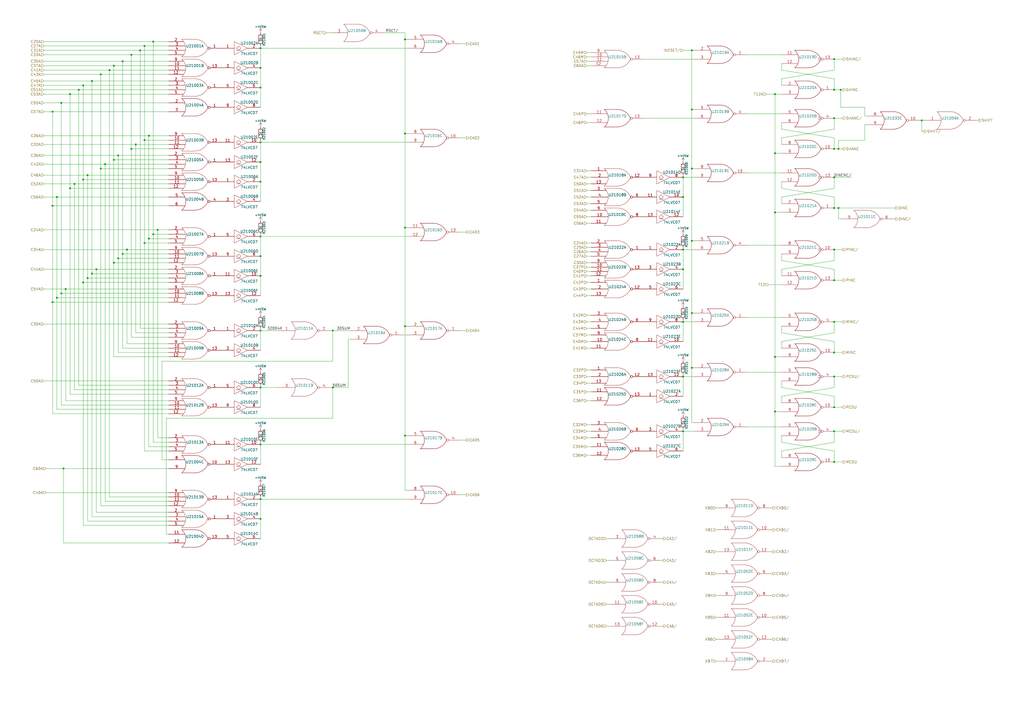
<source format=kicad_sch>
(kicad_sch (version 20211123) (generator eeschema)
  (paper "A2")
  (junction (at 151.13 191.77))
  (junction (at 483.87 120.65))
  (junction (at 449.58 123.19))
  (junction (at 486.41 86.36))
  (junction (at 36.83 271.78))
  (junction (at 66.04 92.71))
  (junction (at 449.58 207.01))
  (junction (at 483.87 186.69))
  (junction (at 483.87 52.07))
  (junction (at 58.42 43.18))
  (junction (at 50.8 161.29))
  (junction (at 88.9 135.89))
  (junction (at 88.9 24.13))
  (junction (at 483.87 250.19))
  (junction (at 73.66 144.78))
  (junction (at 35.56 170.18))
  (junction (at 81.28 29.21))
  (junction (at 486.41 120.65))
  (junction (at 234.95 252.73))
  (junction (at 35.56 59.69))
  (junction (at 401.32 63.5))
  (junction (at 48.26 163.83))
  (junction (at 60.96 95.25))
  (junction (at 151.13 82.55))
  (junction (at 193.04 191.77))
  (junction (at 63.5 40.64))
  (junction (at 396.24 144.78))
  (junction (at 234.95 132.08))
  (junction (at 33.02 114.3))
  (junction (at 234.95 77.47))
  (junction (at 401.32 29.21))
  (junction (at 83.82 26.67))
  (junction (at 483.87 162.56))
  (junction (at 71.12 147.32))
  (junction (at 30.48 64.77))
  (junction (at 151.13 27.94))
  (junction (at 68.58 149.86))
  (junction (at 33.02 172.72))
  (junction (at 68.58 90.17))
  (junction (at 86.36 78.74))
  (junction (at 86.36 138.43))
  (junction (at 48.26 104.14))
  (junction (at 396.24 218.44))
  (junction (at 401.32 213.36))
  (junction (at 58.42 97.79))
  (junction (at 234.95 189.23))
  (junction (at 449.58 54.61))
  (junction (at 151.13 39.37))
  (junction (at 151.13 300.99))
  (junction (at 83.82 140.97))
  (junction (at 55.88 156.21))
  (junction (at 151.13 137.16))
  (junction (at 76.2 31.75))
  (junction (at 534.67 69.85))
  (junction (at 38.1 167.64))
  (junction (at 30.48 175.26))
  (junction (at 40.64 109.22))
  (junction (at 78.74 83.82))
  (junction (at 91.44 133.35))
  (junction (at 53.34 46.99))
  (junction (at 151.13 148.59))
  (junction (at 401.32 139.7))
  (junction (at 151.13 224.79))
  (junction (at 396.24 114.3))
  (junction (at 193.04 224.79))
  (junction (at 483.87 68.58))
  (junction (at 43.18 106.68))
  (junction (at 50.8 101.6))
  (junction (at 66.04 38.1))
  (junction (at 151.13 160.02))
  (junction (at 396.24 102.87))
  (junction (at 151.13 50.8))
  (junction (at 483.87 102.87))
  (junction (at 45.72 52.07))
  (junction (at 76.2 86.36))
  (junction (at 483.87 204.47))
  (junction (at 151.13 289.56))
  (junction (at 53.34 158.75))
  (junction (at 71.12 35.56))
  (junction (at 66.04 152.4))
  (junction (at 151.13 105.41))
  (junction (at 401.32 181.61))
  (junction (at 483.87 218.44))
  (junction (at 30.48 119.38))
  (junction (at 234.95 22.86))
  (junction (at 483.87 267.97))
  (junction (at 83.82 81.28))
  (junction (at 449.58 88.9))
  (junction (at 449.58 238.76))
  (junction (at 483.87 144.78))
  (junction (at 48.26 49.53))
  (junction (at 396.24 186.69))
  (junction (at 487.68 52.07))
  (junction (at 40.64 54.61))
  (junction (at 401.32 97.79))
  (junction (at 483.87 34.29))
  (junction (at 151.13 257.81))
  (junction (at 396.24 156.21))
  (junction (at 483.87 236.22))
  (junction (at 483.87 86.36))
  (junction (at 396.24 250.19))
  (junction (at 151.13 93.98))
  (wire (pts (xy 340.36 264.16) (xy 342.9 264.16)))
  (wire (pts (xy 151.13 190.5) (xy 151.13 191.77)))
  (wire (pts (xy 233.68 194.31) (xy 236.22 194.31)))
  (wire (pts (xy 43.18 106.68) (xy 97.79 106.68)))
  (wire (pts (xy 91.44 133.35) (xy 91.44 254)))
  (wire (pts (xy 518.16 127) (xy 519.43 127)))
  (wire (pts (xy 396.24 101.6) (xy 396.24 102.87)))
  (wire (pts (xy 151.13 191.77) (xy 161.29 191.77)))
  (wire (pts (xy 353.06 325.12) (xy 351.79 325.12)))
  (wire (pts (xy 151.13 191.77) (xy 151.13 203.2)))
  (wire (pts (xy 58.42 43.18) (xy 58.42 97.79)))
  (wire (pts (xy 97.79 290.83) (xy 60.96 290.83)))
  (wire (pts (xy 93.98 266.7) (xy 97.79 266.7)))
  (wire (pts (xy 88.9 135.89) (xy 88.9 256.54)))
  (wire (pts (xy 340.36 201.93) (xy 342.9 201.93)))
  (wire (pts (xy 453.39 45.72) (xy 453.39 49.53)))
  (wire (pts (xy 33.02 172.72) (xy 33.02 237.49)))
  (wire (pts (xy 151.13 50.8) (xy 151.13 62.23)))
  (wire (pts (xy 483.87 256.54) (xy 453.39 261.62)))
  (wire (pts (xy 71.12 147.32) (xy 71.12 201.93)))
  (wire (pts (xy 53.34 46.99) (xy 53.34 158.75)))
  (wire (pts (xy 396.24 218.44) (xy 396.24 229.87)))
  (wire (pts (xy 30.48 175.26) (xy 97.79 175.26)))
  (wire (pts (xy 151.13 223.52) (xy 151.13 224.79)))
  (wire (pts (xy 36.83 314.96) (xy 36.83 271.78)))
  (wire (pts (xy 58.42 97.79) (xy 97.79 97.79)))
  (wire (pts (xy 401.32 29.21) (xy 402.59 29.21)))
  (wire (pts (xy 483.87 229.87) (xy 453.39 224.79)))
  (wire (pts (xy 453.39 198.12) (xy 453.39 201.93)))
  (wire (pts (xy 433.07 215.9) (xy 453.39 215.9)))
  (wire (pts (xy 48.26 49.53) (xy 48.26 104.14)))
  (wire (pts (xy 383.54 325.12) (xy 384.81 325.12)))
  (wire (pts (xy 151.13 160.02) (xy 151.13 171.45)))
  (wire (pts (xy 449.58 54.61) (xy 449.58 88.9)))
  (wire (pts (xy 38.1 167.64) (xy 38.1 232.41)))
  (wire (pts (xy 58.42 43.18) (xy 97.79 43.18)))
  (wire (pts (xy 26.67 285.75) (xy 97.79 285.75)))
  (wire (pts (xy 396.24 102.87) (xy 396.24 114.3)))
  (wire (pts (xy 76.2 86.36) (xy 76.2 195.58)))
  (wire (pts (xy 453.39 80.01) (xy 453.39 83.82)))
  (wire (pts (xy 25.4 26.67) (xy 83.82 26.67)))
  (wire (pts (xy 193.04 224.79) (xy 201.93 224.79)))
  (wire (pts (xy 25.4 78.74) (xy 86.36 78.74)))
  (wire (pts (xy 63.5 40.64) (xy 97.79 40.64)))
  (wire (pts (xy 340.36 102.87) (xy 342.9 102.87)))
  (wire (pts (xy 483.87 144.78) (xy 483.87 151.13)))
  (wire (pts (xy 63.5 288.29) (xy 97.79 288.29)))
  (wire (pts (xy 396.24 218.44) (xy 402.59 218.44)))
  (wire (pts (xy 483.87 74.93) (xy 453.39 80.01)))
  (wire (pts (xy 96.52 309.88) (xy 97.79 309.88)))
  (wire (pts (xy 68.58 149.86) (xy 97.79 149.86)))
  (wire (pts (xy 151.13 81.28) (xy 151.13 82.55)))
  (wire (pts (xy 66.04 38.1) (xy 66.04 92.71)))
  (wire (pts (xy 340.36 186.69) (xy 342.9 186.69)))
  (wire (pts (xy 487.68 62.23) (xy 501.65 62.23)))
  (wire (pts (xy 340.36 99.06) (xy 342.9 99.06)))
  (wire (pts (xy 453.39 151.13) (xy 453.39 147.32)))
  (wire (pts (xy 353.06 337.82) (xy 351.79 337.82)))
  (wire (pts (xy 50.8 101.6) (xy 50.8 161.29)))
  (wire (pts (xy 483.87 250.19) (xy 483.87 256.54)))
  (wire (pts (xy 151.13 256.54) (xy 151.13 257.81)))
  (wire (pts (xy 25.4 31.75) (xy 76.2 31.75)))
  (wire (pts (xy 416.56 307.34) (xy 415.29 307.34)))
  (wire (pts (xy 151.13 289.56) (xy 151.13 300.99)))
  (wire (pts (xy 97.79 109.22) (xy 40.64 109.22)))
  (wire (pts (xy 486.41 81.28) (xy 501.65 81.28)))
  (wire (pts (xy 447.04 307.34) (xy 448.31 307.34)))
  (wire (pts (xy 191.77 224.79) (xy 193.04 224.79)))
  (wire (pts (xy 483.87 80.01) (xy 453.39 74.93)))
  (wire (pts (xy 60.96 290.83) (xy 60.96 95.25)))
  (wire (pts (xy 486.41 86.36) (xy 486.41 81.28)))
  (wire (pts (xy 234.95 252.73) (xy 234.95 284.48)))
  (wire (pts (xy 40.64 109.22) (xy 40.64 228.6)))
  (wire (pts (xy 453.39 229.87) (xy 453.39 233.68)))
  (wire (pts (xy 396.24 250.19) (xy 396.24 261.62)))
  (wire (pts (xy 25.4 38.1) (xy 66.04 38.1)))
  (wire (pts (xy 50.8 161.29) (xy 50.8 302.26)))
  (wire (pts (xy 48.26 163.83) (xy 97.79 163.83)))
  (wire (pts (xy 453.39 156.21) (xy 453.39 160.02)))
  (wire (pts (xy 449.58 54.61) (xy 453.39 54.61)))
  (wire (pts (xy 25.4 59.69) (xy 35.56 59.69)))
  (wire (pts (xy 151.13 224.79) (xy 161.29 224.79)))
  (wire (pts (xy 66.04 92.71) (xy 66.04 152.4)))
  (wire (pts (xy 340.36 167.64) (xy 342.9 167.64)))
  (wire (pts (xy 396.24 156.21) (xy 396.24 167.64)))
  (wire (pts (xy 383.54 337.82) (xy 384.81 337.82)))
  (wire (pts (xy 396.24 144.78) (xy 396.24 156.21)))
  (wire (pts (xy 38.1 232.41) (xy 97.79 232.41)))
  (wire (pts (xy 201.93 196.85) (xy 203.2 196.85)))
  (wire (pts (xy 486.41 120.65) (xy 486.41 127)))
  (wire (pts (xy 83.82 261.62) (xy 97.79 261.62)))
  (wire (pts (xy 483.87 114.3) (xy 453.39 109.22)))
  (wire (pts (xy 45.72 52.07) (xy 45.72 223.52)))
  (wire (pts (xy 68.58 204.47) (xy 97.79 204.47)))
  (wire (pts (xy 50.8 101.6) (xy 97.79 101.6)))
  (wire (pts (xy 55.88 156.21) (xy 97.79 156.21)))
  (wire (pts (xy 416.56 332.74) (xy 415.29 332.74)))
  (wire (pts (xy 483.87 218.44) (xy 488.95 218.44)))
  (wire (pts (xy 401.32 63.5) (xy 402.59 63.5)))
  (wire (pts (xy 433.07 31.75) (xy 453.39 31.75)))
  (wire (pts (xy 58.42 97.79) (xy 58.42 293.37)))
  (wire (pts (xy 25.4 24.13) (xy 88.9 24.13)))
  (wire (pts (xy 83.82 81.28) (xy 83.82 140.97)))
  (wire (pts (xy 401.32 139.7) (xy 401.32 181.61)))
  (wire (pts (xy 151.13 257.81) (xy 151.13 269.24)))
  (wire (pts (xy 81.28 29.21) (xy 81.28 190.5)))
  (wire (pts (xy 383.54 312.42) (xy 384.81 312.42)))
  (wire (pts (xy 78.74 193.04) (xy 97.79 193.04)))
  (wire (pts (xy 236.22 77.47) (xy 234.95 77.47)))
  (wire (pts (xy 401.32 97.79) (xy 402.59 97.79)))
  (wire (pts (xy 63.5 40.64) (xy 63.5 288.29)))
  (wire (pts (xy 340.36 140.97) (xy 342.9 140.97)))
  (wire (pts (xy 234.95 19.05) (xy 234.95 22.86)))
  (wire (pts (xy 483.87 45.72) (xy 453.39 40.64)))
  (wire (pts (xy 83.82 26.67) (xy 97.79 26.67)))
  (wire (pts (xy 58.42 293.37) (xy 97.79 293.37)))
  (wire (pts (xy 416.56 294.64) (xy 415.29 294.64)))
  (wire (pts (xy 483.87 236.22) (xy 483.87 229.87)))
  (wire (pts (xy 30.48 64.77) (xy 30.48 119.38)))
  (wire (pts (xy 449.58 207.01) (xy 449.58 238.76)))
  (wire (pts (xy 534.67 69.85) (xy 534.67 76.2)))
  (wire (pts (xy 447.04 383.54) (xy 448.31 383.54)))
  (wire (pts (xy 483.87 151.13) (xy 453.39 156.21)))
  (wire (pts (xy 68.58 149.86) (xy 68.58 204.47)))
  (wire (pts (xy 53.34 158.75) (xy 97.79 158.75)))
  (wire (pts (xy 483.87 109.22) (xy 453.39 114.3)))
  (wire (pts (xy 401.32 29.21) (xy 401.32 63.5)))
  (wire (pts (xy 60.96 95.25) (xy 97.79 95.25)))
  (wire (pts (xy 449.58 270.51) (xy 453.39 270.51)))
  (wire (pts (xy 266.7 80.01) (xy 270.51 80.01)))
  (wire (pts (xy 40.64 54.61) (xy 97.79 54.61)))
  (wire (pts (xy 501.65 81.28) (xy 501.65 72.39)))
  (wire (pts (xy 483.87 68.58) (xy 483.87 74.93)))
  (wire (pts (xy 483.87 144.78) (xy 488.95 144.78)))
  (wire (pts (xy 30.48 119.38) (xy 97.79 119.38)))
  (wire (pts (xy 534.67 76.2) (xy 535.94 76.2)))
  (wire (pts (xy 340.36 110.49) (xy 342.9 110.49)))
  (wire (pts (xy 483.87 267.97) (xy 483.87 261.62)))
  (wire (pts (xy 483.87 218.44) (xy 483.87 224.79)))
  (wire (pts (xy 483.87 204.47) (xy 483.87 198.12)))
  (wire (pts (xy 201.93 224.79) (xy 201.93 196.85)))
  (wire (pts (xy 151.13 27.94) (xy 236.22 27.94)))
  (wire (pts (xy 486.41 120.65) (xy 519.43 120.65)))
  (wire (pts (xy 401.32 63.5) (xy 401.32 97.79)))
  (wire (pts (xy 533.4 69.85) (xy 534.67 69.85)))
  (wire (pts (xy 340.36 157.48) (xy 342.9 157.48)))
  (wire (pts (xy 35.56 59.69) (xy 97.79 59.69)))
  (wire (pts (xy 151.13 288.29) (xy 151.13 289.56)))
  (wire (pts (xy 340.36 218.44) (xy 342.9 218.44)))
  (wire (pts (xy 97.79 226.06) (xy 43.18 226.06)))
  (wire (pts (xy 91.44 254) (xy 97.79 254)))
  (wire (pts (xy 396.24 144.78) (xy 402.59 144.78)))
  (wire (pts (xy 401.32 245.11) (xy 402.59 245.11)))
  (wire (pts (xy 68.58 90.17) (xy 97.79 90.17)))
  (wire (pts (xy 340.36 250.19) (xy 342.9 250.19)))
  (wire (pts (xy 566.42 69.85) (xy 567.69 69.85)))
  (wire (pts (xy 340.36 163.83) (xy 342.9 163.83)))
  (wire (pts (xy 396.24 186.69) (xy 396.24 198.12)))
  (wire (pts (xy 340.36 143.51) (xy 342.9 143.51)))
  (wire (pts (xy 25.4 187.96) (xy 97.79 187.96)))
  (wire (pts (xy 402.59 102.87) (xy 396.24 102.87)))
  (wire (pts (xy 33.02 114.3) (xy 97.79 114.3)))
  (wire (pts (xy 266.7 191.77) (xy 270.51 191.77)))
  (wire (pts (xy 453.39 40.64) (xy 453.39 36.83)))
  (wire (pts (xy 340.36 222.25) (xy 342.9 222.25)))
  (wire (pts (xy 483.87 156.21) (xy 453.39 151.13)))
  (wire (pts (xy 33.02 237.49) (xy 97.79 237.49)))
  (wire (pts (xy 340.36 66.04) (xy 342.9 66.04)))
  (wire (pts (xy 447.04 358.14) (xy 448.31 358.14)))
  (wire (pts (xy 340.36 35.56) (xy 342.9 35.56)))
  (wire (pts (xy 151.13 224.79) (xy 151.13 236.22)))
  (wire (pts (xy 25.4 54.61) (xy 40.64 54.61)))
  (wire (pts (xy 340.36 30.48) (xy 342.9 30.48)))
  (wire (pts (xy 483.87 52.07) (xy 487.68 52.07)))
  (wire (pts (xy 447.04 345.44) (xy 448.31 345.44)))
  (wire (pts (xy 449.58 88.9) (xy 449.58 123.19)))
  (wire (pts (xy 48.26 104.14) (xy 48.26 163.83)))
  (wire (pts (xy 25.4 40.64) (xy 63.5 40.64)))
  (wire (pts (xy 76.2 195.58) (xy 97.79 195.58)))
  (wire (pts (xy 340.36 232.41) (xy 342.9 232.41)))
  (wire (pts (xy 25.4 106.68) (xy 43.18 106.68)))
  (wire (pts (xy 78.74 83.82) (xy 78.74 193.04)))
  (wire (pts (xy 234.95 22.86) (xy 234.95 77.47)))
  (wire (pts (xy 222.25 19.05) (xy 234.95 19.05)))
  (wire (pts (xy 234.95 189.23) (xy 234.95 252.73)))
  (wire (pts (xy 340.36 160.02) (xy 342.9 160.02)))
  (wire (pts (xy 66.04 152.4) (xy 66.04 207.01)))
  (wire (pts (xy 483.87 40.64) (xy 453.39 45.72)))
  (wire (pts (xy 151.13 27.94) (xy 151.13 39.37)))
  (wire (pts (xy 447.04 294.64) (xy 448.31 294.64)))
  (wire (pts (xy 453.39 74.93) (xy 453.39 71.12)))
  (wire (pts (xy 483.87 186.69) (xy 483.87 193.04)))
  (wire (pts (xy 416.56 320.04) (xy 415.29 320.04)))
  (wire (pts (xy 151.13 82.55) (xy 151.13 93.98)))
  (wire (pts (xy 340.36 259.08) (xy 342.9 259.08)))
  (wire (pts (xy 340.36 214.63) (xy 342.9 214.63)))
  (wire (pts (xy 193.04 242.57) (xy 96.52 242.57)))
  (wire (pts (xy 55.88 156.21) (xy 55.88 297.18)))
  (wire (pts (xy 151.13 300.99) (xy 151.13 312.42)))
  (wire (pts (xy 266.7 255.27) (xy 270.51 255.27)))
  (wire (pts (xy 401.32 213.36) (xy 402.59 213.36)))
  (wire (pts (xy 25.4 156.21) (xy 55.88 156.21)))
  (wire (pts (xy 340.36 38.1) (xy 342.9 38.1)))
  (wire (pts (xy 96.52 242.57) (xy 96.52 309.88)))
  (wire (pts (xy 483.87 52.07) (xy 483.87 45.72)))
  (wire (pts (xy 483.87 102.87) (xy 483.87 109.22)))
  (wire (pts (xy 234.95 284.48) (xy 236.22 284.48)))
  (wire (pts (xy 401.32 181.61) (xy 402.59 181.61)))
  (wire (pts (xy 71.12 35.56) (xy 97.79 35.56)))
  (wire (pts (xy 396.24 248.92) (xy 396.24 250.19)))
  (wire (pts (xy 86.36 138.43) (xy 86.36 259.08)))
  (wire (pts (xy 68.58 90.17) (xy 68.58 149.86)))
  (wire (pts (xy 340.36 118.11) (xy 342.9 118.11)))
  (wire (pts (xy 486.41 127) (xy 487.68 127)))
  (wire (pts (xy 53.34 46.99) (xy 97.79 46.99)))
  (wire (pts (xy 86.36 78.74) (xy 97.79 78.74)))
  (wire (pts (xy 483.87 102.87) (xy 494.03 102.87)))
  (wire (pts (xy 453.39 224.79) (xy 453.39 220.98)))
  (wire (pts (xy 66.04 92.71) (xy 97.79 92.71)))
  (wire (pts (xy 483.87 261.62) (xy 453.39 256.54)))
  (wire (pts (xy 234.95 22.86) (xy 236.22 22.86)))
  (wire (pts (xy 383.54 363.22) (xy 384.81 363.22)))
  (wire (pts (xy 266.7 134.62) (xy 270.51 134.62)))
  (wire (pts (xy 445.77 165.1) (xy 453.39 165.1)))
  (wire (pts (xy 396.24 186.69) (xy 402.59 186.69)))
  (wire (pts (xy 266.7 25.4) (xy 270.51 25.4)))
  (wire (pts (xy 396.24 143.51) (xy 396.24 144.78)))
  (wire (pts (xy 340.36 182.88) (xy 342.9 182.88)))
  (wire (pts (xy 26.67 271.78) (xy 36.83 271.78)))
  (wire (pts (xy 25.4 29.21) (xy 81.28 29.21)))
  (wire (pts (xy 483.87 186.69) (xy 488.95 186.69)))
  (wire (pts (xy 340.36 152.4) (xy 342.9 152.4)))
  (wire (pts (xy 73.66 199.39) (xy 73.66 144.78)))
  (wire (pts (xy 71.12 35.56) (xy 71.12 147.32)))
  (wire (pts (xy 43.18 226.06) (xy 43.18 106.68)))
  (wire (pts (xy 433.07 100.33) (xy 453.39 100.33)))
  (wire (pts (xy 453.39 114.3) (xy 453.39 118.11)))
  (wire (pts (xy 25.4 90.17) (xy 68.58 90.17)))
  (wire (pts (xy 433.07 66.04) (xy 453.39 66.04)))
  (wire (pts (xy 71.12 147.32) (xy 97.79 147.32)))
  (wire (pts (xy 353.06 312.42) (xy 351.79 312.42)))
  (wire (pts (xy 25.4 35.56) (xy 71.12 35.56)))
  (wire (pts (xy 25.4 64.77) (xy 30.48 64.77)))
  (wire (pts (xy 36.83 271.78) (xy 97.79 271.78)))
  (wire (pts (xy 48.26 49.53) (xy 97.79 49.53)))
  (wire (pts (xy 340.36 125.73) (xy 342.9 125.73)))
  (wire (pts (xy 340.36 198.12) (xy 342.9 198.12)))
  (wire (pts (xy 88.9 135.89) (xy 97.79 135.89)))
  (wire (pts (xy 401.32 213.36) (xy 401.32 245.11)))
  (wire (pts (xy 93.98 209.55) (xy 93.98 266.7)))
  (wire (pts (xy 83.82 140.97) (xy 83.82 261.62)))
  (wire (pts (xy 35.56 234.95) (xy 97.79 234.95)))
  (wire (pts (xy 83.82 81.28) (xy 97.79 81.28)))
  (wire (pts (xy 236.22 132.08) (xy 234.95 132.08)))
  (wire (pts (xy 340.36 194.31) (xy 342.9 194.31)))
  (wire (pts (xy 396.24 185.42) (xy 396.24 186.69)))
  (wire (pts (xy 55.88 297.18) (xy 97.79 297.18)))
  (wire (pts (xy 25.4 95.25) (xy 60.96 95.25)))
  (wire (pts (xy 483.87 198.12) (xy 453.39 193.04)))
  (wire (pts (xy 340.36 227.33) (xy 342.9 227.33)))
  (wire (pts (xy 191.77 191.77) (xy 193.04 191.77)))
  (wire (pts (xy 236.22 289.56) (xy 151.13 289.56)))
  (wire (pts (xy 449.58 123.19) (xy 449.58 207.01)))
  (wire (pts (xy 447.04 370.84) (xy 448.31 370.84)))
  (wire (pts (xy 81.28 29.21) (xy 97.79 29.21)))
  (wire (pts (xy 234.95 252.73) (xy 236.22 252.73)))
  (wire (pts (xy 66.04 207.01) (xy 97.79 207.01)))
  (wire (pts (xy 97.79 199.39) (xy 73.66 199.39)))
  (wire (pts (xy 45.72 223.52) (xy 97.79 223.52)))
  (wire (pts (xy 453.39 261.62) (xy 453.39 265.43)))
  (wire (pts (xy 236.22 137.16) (xy 151.13 137.16)))
  (wire (pts (xy 416.56 358.14) (xy 415.29 358.14)))
  (wire (pts (xy 50.8 302.26) (xy 97.79 302.26)))
  (wire (pts (xy 483.87 34.29) (xy 483.87 40.64)))
  (wire (pts (xy 487.68 52.07) (xy 487.68 62.23)))
  (wire (pts (xy 396.24 217.17) (xy 396.24 218.44)))
  (wire (pts (xy 483.87 162.56) (xy 488.95 162.56)))
  (wire (pts (xy 35.56 170.18) (xy 35.56 234.95)))
  (wire (pts (xy 353.06 363.22) (xy 351.79 363.22)))
  (wire (pts (xy 447.04 320.04) (xy 448.31 320.04)))
  (wire (pts (xy 73.66 144.78) (xy 97.79 144.78)))
  (wire (pts (xy 234.95 77.47) (xy 234.95 132.08)))
  (wire (pts (xy 151.13 148.59) (xy 151.13 160.02)))
  (wire (pts (xy 401.32 97.79) (xy 401.32 139.7)))
  (wire (pts (xy 340.36 190.5) (xy 342.9 190.5)))
  (wire (pts (xy 402.59 68.58) (xy 373.38 68.58)))
  (wire (pts (xy 151.13 26.67) (xy 151.13 27.94)))
  (wire (pts (xy 501.65 62.23) (xy 501.65 67.31)))
  (wire (pts (xy 340.36 106.68) (xy 342.9 106.68)))
  (wire (pts (xy 483.87 86.36) (xy 483.87 80.01)))
  (wire (pts (xy 483.87 86.36) (xy 486.41 86.36)))
  (wire (pts (xy 30.48 119.38) (xy 30.48 175.26)))
  (wire (pts (xy 48.26 104.14) (xy 97.79 104.14)))
  (wire (pts (xy 25.4 46.99) (xy 53.34 46.99)))
  (wire (pts (xy 25.4 133.35) (xy 91.44 133.35)))
  (wire (pts (xy 402.59 34.29) (xy 373.38 34.29)))
  (wire (pts (xy 501.65 67.31) (xy 502.92 67.31)))
  (wire (pts (xy 83.82 140.97) (xy 97.79 140.97)))
  (wire (pts (xy 25.4 220.98) (xy 97.79 220.98)))
  (wire (pts (xy 340.36 146.05) (xy 342.9 146.05)))
  (wire (pts (xy 483.87 68.58) (xy 488.95 68.58)))
  (wire (pts (xy 25.4 167.64) (xy 38.1 167.64)))
  (wire (pts (xy 449.58 238.76) (xy 449.58 270.51)))
  (wire (pts (xy 236.22 257.81) (xy 151.13 257.81)))
  (wire (pts (xy 396.24 250.19) (xy 402.59 250.19)))
  (wire (pts (xy 483.87 236.22) (xy 488.95 236.22)))
  (wire (pts (xy 151.13 39.37) (xy 151.13 50.8)))
  (wire (pts (xy 91.44 133.35) (xy 97.79 133.35)))
  (wire (pts (xy 383.54 350.52) (xy 384.81 350.52)))
  (wire (pts (xy 340.36 254) (xy 342.9 254)))
  (wire (pts (xy 76.2 31.75) (xy 76.2 86.36)))
  (wire (pts (xy 416.56 383.54) (xy 415.29 383.54)))
  (wire (pts (xy 193.04 209.55) (xy 93.98 209.55)))
  (wire (pts (xy 416.56 370.84) (xy 415.29 370.84)))
  (wire (pts (xy 189.23 19.05) (xy 191.77 19.05)))
  (wire (pts (xy 76.2 86.36) (xy 97.79 86.36)))
  (wire (pts (xy 88.9 24.13) (xy 97.79 24.13)))
  (wire (pts (xy 30.48 175.26) (xy 30.48 240.03)))
  (wire (pts (xy 97.79 170.18) (xy 35.56 170.18)))
  (wire (pts (xy 483.87 120.65) (xy 483.87 114.3)))
  (wire (pts (xy 193.04 191.77) (xy 193.04 209.55)))
  (wire (pts (xy 483.87 162.56) (xy 483.87 156.21)))
  (wire (pts (xy 40.64 54.61) (xy 40.64 109.22)))
  (wire (pts (xy 86.36 138.43) (xy 97.79 138.43)))
  (wire (pts (xy 151.13 137.16) (xy 151.13 148.59)))
  (wire (pts (xy 151.13 105.41) (xy 151.13 116.84)))
  (wire (pts (xy 38.1 167.64) (xy 97.79 167.64)))
  (wire (pts (xy 25.4 52.07) (xy 45.72 52.07)))
  (wire (pts (xy 30.48 64.77) (xy 97.79 64.77)))
  (wire (pts (xy 45.72 52.07) (xy 97.79 52.07)))
  (wire (pts (xy 483.87 204.47) (xy 488.95 204.47)))
  (wire (pts (xy 449.58 207.01) (xy 453.39 207.01)))
  (wire (pts (xy 340.36 154.94) (xy 342.9 154.94)))
  (wire (pts (xy 433.07 247.65) (xy 453.39 247.65)))
  (wire (pts (xy 97.79 314.96) (xy 36.83 314.96)))
  (wire (pts (xy 83.82 26.67) (xy 83.82 81.28)))
  (wire (pts (xy 193.04 224.79) (xy 193.04 242.57)))
  (wire (pts (xy 66.04 38.1) (xy 97.79 38.1)))
  (wire (pts (xy 340.36 171.45) (xy 342.9 171.45)))
  (wire (pts (xy 35.56 59.69) (xy 35.56 170.18)))
  (wire (pts (xy 234.95 189.23) (xy 236.22 189.23)))
  (wire (pts (xy 444.5 54.61) (xy 449.58 54.61)))
  (wire (pts (xy 534.67 69.85) (xy 535.94 69.85)))
  (wire (pts (xy 483.87 193.04) (xy 453.39 198.12)))
  (wire (pts (xy 88.9 256.54) (xy 97.79 256.54)))
  (wire (pts (xy 340.36 114.3) (xy 342.9 114.3)))
  (wire (pts (xy 151.13 135.89) (xy 151.13 137.16)))
  (wire (pts (xy 48.26 304.8) (xy 97.79 304.8)))
  (wire (pts (xy 340.36 121.92) (xy 342.9 121.92)))
  (wire (pts (xy 53.34 299.72) (xy 97.79 299.72)))
  (wire (pts (xy 48.26 163.83) (xy 48.26 304.8)))
  (wire (pts (xy 449.58 88.9) (xy 453.39 88.9)))
  (wire (pts (xy 88.9 24.13) (xy 88.9 135.89)))
  (wire (pts (xy 483.87 34.29) (xy 488.95 34.29)))
  (wire (pts (xy 86.36 78.74) (xy 86.36 138.43)))
  (wire (pts (xy 234.95 132.08) (xy 234.95 189.23)))
  (wire (pts (xy 483.87 224.79) (xy 453.39 229.87)))
  (wire (pts (xy 449.58 238.76) (xy 453.39 238.76)))
  (wire (pts (xy 25.4 43.18) (xy 58.42 43.18)))
  (wire (pts (xy 97.79 172.72) (xy 33.02 172.72)))
  (wire (pts (xy 71.12 201.93) (xy 97.79 201.93)))
  (wire (pts (xy 447.04 332.74) (xy 448.31 332.74)))
  (wire (pts (xy 453.39 193.04) (xy 453.39 189.23)))
  (wire (pts (xy 340.36 33.02) (xy 342.9 33.02)))
  (wire (pts (xy 25.4 114.3) (xy 33.02 114.3)))
  (wire (pts (xy 401.32 181.61) (xy 401.32 213.36)))
  (wire (pts (xy 433.07 184.15) (xy 453.39 184.15)))
  (wire (pts (xy 25.4 101.6) (xy 50.8 101.6)))
  (wire (pts (xy 449.58 123.19) (xy 453.39 123.19)))
  (wire (pts (xy 86.36 259.08) (xy 97.79 259.08)))
  (wire (pts (xy 151.13 82.55) (xy 236.22 82.55)))
  (wire (pts (xy 433.07 142.24) (xy 453.39 142.24)))
  (wire (pts (xy 25.4 49.53) (xy 48.26 49.53)))
  (wire (pts (xy 353.06 350.52) (xy 351.79 350.52)))
  (wire (pts (xy 66.04 152.4) (xy 97.79 152.4)))
  (wire (pts (xy 25.4 144.78) (xy 73.66 144.78)))
  (wire (pts (xy 416.56 345.44) (xy 415.29 345.44)))
  (wire (pts (xy 33.02 114.3) (xy 33.02 172.72)))
  (wire (pts (xy 340.36 246.38) (xy 342.9 246.38)))
  (wire (pts (xy 53.34 158.75) (xy 53.34 299.72)))
  (wire (pts (xy 40.64 228.6) (xy 97.79 228.6)))
  (wire (pts (xy 50.8 161.29) (xy 97.79 161.29)))
  (wire (pts (xy 78.74 83.82) (xy 97.79 83.82)))
  (wire (pts (xy 453.39 256.54) (xy 453.39 252.73)))
  (wire (pts (xy 151.13 93.98) (xy 151.13 105.41)))
  (wire (pts (xy 266.7 287.02) (xy 270.51 287.02)))
  (wire (pts (xy 81.28 190.5) (xy 97.79 190.5)))
  (wire (pts (xy 483.87 267.97) (xy 488.95 267.97)))
  (wire (pts (xy 340.36 71.12) (xy 342.9 71.12)))
  (wire (pts (xy 30.48 240.03) (xy 97.79 240.03)))
  (wire (pts (xy 25.4 83.82) (xy 78.74 83.82)))
  (wire (pts (xy 401.32 139.7) (xy 402.59 139.7)))
  (wire (pts (xy 483.87 120.65) (xy 486.41 120.65)))
  (wire (pts (xy 340.36 129.54) (xy 342.9 129.54)))
  (wire (pts (xy 487.68 52.07) (xy 488.95 52.07)))
  (wire (pts (xy 501.65 72.39) (xy 502.92 72.39)))
  (wire (pts (xy 483.87 250.19) (xy 488.95 250.19)))
  (wire (pts (xy 396.24 114.3) (xy 396.24 125.73)))
  (wire (pts (xy 486.41 86.36) (xy 488.95 86.36)))
  (wire (pts (xy 340.36 148.59) (xy 342.9 148.59)))
  (wire (pts (xy 396.24 29.21) (xy 401.32 29.21)))
  (wire (pts (xy 453.39 109.22) (xy 453.39 105.41)))
  (wire (pts (xy 76.2 31.75) (xy 97.79 31.75)))
  (wire (pts (xy 193.04 191.77) (xy 203.2 191.77)))
  (label "32004K" (at 154.94 191.77 0) (effects (font (size 1.524 1.524))))
  (label "RSCT/" (at 231.14 19.05 180) (effects (font (size 1.524 1.524))))
  (label "50SUM" (at 200.66 224.79 180) (effects (font (size 1.524 1.524))))
  (label "30SUM" (at 203.2 191.77 180) (effects (font (size 1.524 1.524))))
  (label "DINCNC/" (at 494.03 102.87 180) (effects (font (size 1.524 1.524))))
  (hierarchical_label "CA3/" (shape output) (at 384.81 325.12 0) (effects (font (size 1.524 1.524))))
  (hierarchical_label "C37P" (shape input) (at 340.36 154.94 180) (effects (font (size 1.524 1.524))))
  (hierarchical_label "CXB2/" (shape output) (at 448.31 320.04 0) (effects (font (size 1.524 1.524))))
  (hierarchical_label "C36A" (shape input) (at 25.4 90.17 180) (effects (font (size 1.524 1.524))))
  (hierarchical_label "C55A" (shape input) (at 340.36 125.73 180) (effects (font (size 1.524 1.524))))
  (hierarchical_label "C40M" (shape input) (at 340.36 198.12 180) (effects (font (size 1.524 1.524))))
  (hierarchical_label "C36M" (shape input) (at 340.36 264.16 180) (effects (font (size 1.524 1.524))))
  (hierarchical_label "PCDU" (shape output) (at 488.95 236.22 0) (effects (font (size 1.524 1.524))))
  (hierarchical_label "PCDU/" (shape output) (at 488.95 218.44 0) (effects (font (size 1.524 1.524))))
  (hierarchical_label "C34P" (shape input) (at 340.36 222.25 180) (effects (font (size 1.524 1.524))))
  (hierarchical_label "C34M" (shape input) (at 340.36 254 180) (effects (font (size 1.524 1.524))))
  (hierarchical_label "CXB5/" (shape output) (at 448.31 358.14 0) (effects (font (size 1.524 1.524))))
  (hierarchical_label "CAD4" (shape output) (at 270.51 191.77 0) (effects (font (size 1.524 1.524))))
  (hierarchical_label "C25A" (shape input) (at 25.4 24.13 180) (effects (font (size 1.524 1.524))))
  (hierarchical_label "C53A" (shape input) (at 340.36 118.11 180) (effects (font (size 1.524 1.524))))
  (hierarchical_label "C57A" (shape input) (at 25.4 64.77 180) (effects (font (size 1.524 1.524))))
  (hierarchical_label "C24A" (shape input) (at 25.4 133.35 180) (effects (font (size 1.524 1.524))))
  (hierarchical_label "C27A" (shape input) (at 25.4 26.67 180) (effects (font (size 1.524 1.524))))
  (hierarchical_label "C33P" (shape input) (at 340.36 218.44 180) (effects (font (size 1.524 1.524))))
  (hierarchical_label "C26A" (shape input) (at 25.4 78.74 180) (effects (font (size 1.524 1.524))))
  (hierarchical_label "T12" (shape input) (at 445.77 165.1 180) (effects (font (size 1.524 1.524))))
  (hierarchical_label "C42M" (shape input) (at 340.36 182.88 180) (effects (font (size 1.524 1.524))))
  (hierarchical_label "DINC" (shape output) (at 519.43 120.65 0) (effects (font (size 1.524 1.524))))
  (hierarchical_label "C60A" (shape input) (at 26.67 271.78 180) (effects (font (size 1.524 1.524))))
  (hierarchical_label "INCSET/" (shape input) (at 396.24 29.21 180) (effects (font (size 1.524 1.524))))
  (hierarchical_label "OCTAD4" (shape input) (at 351.79 337.82 180) (effects (font (size 1.524 1.524))))
  (hierarchical_label "XB7" (shape input) (at 415.29 383.54 180) (effects (font (size 1.524 1.524))))
  (hierarchical_label "SHIFT" (shape output) (at 567.69 69.85 0) (effects (font (size 1.524 1.524))))
  (hierarchical_label "XB3" (shape input) (at 415.29 332.74 180) (effects (font (size 1.524 1.524))))
  (hierarchical_label "C43P" (shape input) (at 340.36 167.64 180) (effects (font (size 1.524 1.524))))
  (hierarchical_label "CXB6/" (shape output) (at 448.31 370.84 0) (effects (font (size 1.524 1.524))))
  (hierarchical_label "C51A" (shape input) (at 340.36 110.49 180) (effects (font (size 1.524 1.524))))
  (hierarchical_label "C33M" (shape input) (at 340.36 250.19 180) (effects (font (size 1.524 1.524))))
  (hierarchical_label "C35A" (shape input) (at 25.4 35.56 180) (effects (font (size 1.524 1.524))))
  (hierarchical_label "C54A" (shape input) (at 25.4 167.64 180) (effects (font (size 1.524 1.524))))
  (hierarchical_label "C31A" (shape input) (at 25.4 29.21 180) (effects (font (size 1.524 1.524))))
  (hierarchical_label "C33A" (shape input) (at 25.4 31.75 180) (effects (font (size 1.524 1.524))))
  (hierarchical_label "C45P" (shape input) (at 340.36 66.04 180) (effects (font (size 1.524 1.524))))
  (hierarchical_label "XB1" (shape input) (at 415.29 307.34 180) (effects (font (size 1.524 1.524))))
  (hierarchical_label "CA5/" (shape output) (at 384.81 350.52 0) (effects (font (size 1.524 1.524))))
  (hierarchical_label "C40A" (shape input) (at 26.67 285.75 180) (effects (font (size 1.524 1.524))))
  (hierarchical_label "C41A" (shape input) (at 25.4 40.64 180) (effects (font (size 1.524 1.524))))
  (hierarchical_label "OCTAD3" (shape input) (at 351.79 325.12 180) (effects (font (size 1.524 1.524))))
  (hierarchical_label "CAD3" (shape output) (at 270.51 134.62 0) (effects (font (size 1.524 1.524))))
  (hierarchical_label "C24A" (shape input) (at 340.36 140.97 180) (effects (font (size 1.524 1.524))))
  (hierarchical_label "C44M" (shape input) (at 340.36 190.5 180) (effects (font (size 1.524 1.524))))
  (hierarchical_label "MCDU" (shape output) (at 488.95 267.97 0) (effects (font (size 1.524 1.524))))
  (hierarchical_label "CA4/" (shape output) (at 384.81 337.82 0) (effects (font (size 1.524 1.524))))
  (hierarchical_label "CXB3/" (shape output) (at 448.31 332.74 0) (effects (font (size 1.524 1.524))))
  (hierarchical_label "CA2/" (shape output) (at 384.81 312.42 0) (effects (font (size 1.524 1.524))))
  (hierarchical_label "C44A" (shape input) (at 25.4 156.21 180) (effects (font (size 1.524 1.524))))
  (hierarchical_label "CXB1/" (shape output) (at 448.31 307.34 0) (effects (font (size 1.524 1.524))))
  (hierarchical_label "C53A" (shape input) (at 25.4 54.61 180) (effects (font (size 1.524 1.524))))
  (hierarchical_label "C32P" (shape input) (at 340.36 214.63 180) (effects (font (size 1.524 1.524))))
  (hierarchical_label "C56A" (shape input) (at 340.36 129.54 180) (effects (font (size 1.524 1.524))))
  (hierarchical_label "C43A" (shape input) (at 25.4 43.18 180) (effects (font (size 1.524 1.524))))
  (hierarchical_label "CA6/" (shape output) (at 384.81 363.22 0) (effects (font (size 1.524 1.524))))
  (hierarchical_label "OCTAD2" (shape input) (at 351.79 312.42 180) (effects (font (size 1.524 1.524))))
  (hierarchical_label "C41P" (shape input) (at 340.36 160.02 180) (effects (font (size 1.524 1.524))))
  (hierarchical_label "SHINC" (shape output) (at 488.95 52.07 0) (effects (font (size 1.524 1.524))))
  (hierarchical_label "C41M" (shape input) (at 340.36 201.93 180) (effects (font (size 1.524 1.524))))
  (hierarchical_label "SHANC" (shape output) (at 488.95 86.36 0) (effects (font (size 1.524 1.524))))
  (hierarchical_label "RSCT" (shape input) (at 189.23 19.05 180) (effects (font (size 1.524 1.524))))
  (hierarchical_label "C32M" (shape input) (at 340.36 246.38 180) (effects (font (size 1.524 1.524))))
  (hierarchical_label "C37A" (shape input) (at 25.4 38.1 180) (effects (font (size 1.524 1.524))))
  (hierarchical_label "SHIFT/" (shape output) (at 535.94 76.2 0) (effects (font (size 1.524 1.524))))
  (hierarchical_label "PINC/" (shape output) (at 488.95 144.78 0) (effects (font (size 1.524 1.524))))
  (hierarchical_label "C45A" (shape input) (at 25.4 46.99 180) (effects (font (size 1.524 1.524))))
  (hierarchical_label "PINC" (shape output) (at 488.95 162.56 0) (effects (font (size 1.524 1.524))))
  (hierarchical_label "C34A" (shape input) (at 25.4 144.78 180) (effects (font (size 1.524 1.524))))
  (hierarchical_label "C26A" (shape input) (at 340.36 146.05 180) (effects (font (size 1.524 1.524))))
  (hierarchical_label "C32A" (shape input) (at 25.4 83.82 180) (effects (font (size 1.524 1.524))))
  (hierarchical_label "C30A" (shape input) (at 25.4 187.96 180) (effects (font (size 1.524 1.524))))
  (hierarchical_label "C56A" (shape input) (at 25.4 114.3 180) (effects (font (size 1.524 1.524))))
  (hierarchical_label "C42A" (shape input) (at 25.4 95.25 180) (effects (font (size 1.524 1.524))))
  (hierarchical_label "C47A" (shape input) (at 340.36 102.87 180) (effects (font (size 1.524 1.524))))
  (hierarchical_label "XB0" (shape input) (at 415.29 294.64 180) (effects (font (size 1.524 1.524))))
  (hierarchical_label "C31A" (shape input) (at 340.36 99.06 180) (effects (font (size 1.524 1.524))))
  (hierarchical_label "C27A" (shape input) (at 340.36 148.59 180) (effects (font (size 1.524 1.524))))
  (hierarchical_label "MCDU/" (shape output) (at 488.95 250.19 0) (effects (font (size 1.524 1.524))))
  (hierarchical_label "C50A" (shape input) (at 25.4 220.98 180) (effects (font (size 1.524 1.524))))
  (hierarchical_label "DINC/" (shape output) (at 519.43 127 0) (effects (font (size 1.524 1.524))))
  (hierarchical_label "CAD2" (shape output) (at 270.51 80.01 0) (effects (font (size 1.524 1.524))))
  (hierarchical_label "C40P" (shape input) (at 340.36 157.48 180) (effects (font (size 1.524 1.524))))
  (hierarchical_label "C60A" (shape input) (at 340.36 38.1 180) (effects (font (size 1.524 1.524))))
  (hierarchical_label "CAD6" (shape output) (at 270.51 287.02 0) (effects (font (size 1.524 1.524))))
  (hierarchical_label "OCTAD5" (shape input) (at 351.79 350.52 180) (effects (font (size 1.524 1.524))))
  (hierarchical_label "C44P" (shape input) (at 340.36 171.45 180) (effects (font (size 1.524 1.524))))
  (hierarchical_label "C45M" (shape input) (at 340.36 30.48 180) (effects (font (size 1.524 1.524))))
  (hierarchical_label "XB2" (shape input) (at 415.29 320.04 180) (effects (font (size 1.524 1.524))))
  (hierarchical_label "C35M" (shape input) (at 340.36 259.08 180) (effects (font (size 1.524 1.524))))
  (hierarchical_label "C30A" (shape input) (at 340.36 152.4 180) (effects (font (size 1.524 1.524))))
  (hierarchical_label "CXB7/" (shape output) (at 448.31 383.54 0) (effects (font (size 1.524 1.524))))
  (hierarchical_label "C55A" (shape input) (at 25.4 59.69 180) (effects (font (size 1.524 1.524))))
  (hierarchical_label "C51A" (shape input) (at 25.4 52.07 180) (effects (font (size 1.524 1.524))))
  (hierarchical_label "C46M" (shape input) (at 340.36 33.02 180) (effects (font (size 1.524 1.524))))
  (hierarchical_label "C35P" (shape input) (at 340.36 227.33 180) (effects (font (size 1.524 1.524))))
  (hierarchical_label "C43M" (shape input) (at 340.36 186.69 180) (effects (font (size 1.524 1.524))))
  (hierarchical_label "C36P" (shape input) (at 340.36 232.41 180) (effects (font (size 1.524 1.524))))
  (hierarchical_label "C54A" (shape input) (at 340.36 121.92 180) (effects (font (size 1.524 1.524))))
  (hierarchical_label "C52A" (shape input) (at 340.36 114.3 180) (effects (font (size 1.524 1.524))))
  (hierarchical_label "C52A" (shape input) (at 25.4 106.68 180) (effects (font (size 1.524 1.524))))
  (hierarchical_label "CAD5" (shape output) (at 270.51 255.27 0) (effects (font (size 1.524 1.524))))
  (hierarchical_label "SHANC/" (shape output) (at 488.95 68.58 0) (effects (font (size 1.524 1.524))))
  (hierarchical_label "OCTAD6" (shape input) (at 351.79 363.22 180) (effects (font (size 1.524 1.524))))
  (hierarchical_label "C47A" (shape input) (at 25.4 49.53 180) (effects (font (size 1.524 1.524))))
  (hierarchical_label "SHINC/" (shape output) (at 488.95 34.29 0) (effects (font (size 1.524 1.524))))
  (hierarchical_label "CXB0/" (shape output) (at 448.31 294.64 0) (effects (font (size 1.524 1.524))))
  (hierarchical_label "XB5" (shape input) (at 415.29 358.14 180) (effects (font (size 1.524 1.524))))
  (hierarchical_label "CXB4/" (shape output) (at 448.31 345.44 0) (effects (font (size 1.524 1.524))))
  (hierarchical_label "C37M" (shape input) (at 340.36 194.31 180) (effects (font (size 1.524 1.524))))
  (hierarchical_label "CAD1" (shape output) (at 270.51 25.4 0) (effects (font (size 1.524 1.524))))
  (hierarchical_label "C25A" (shape input) (at 340.36 143.51 180) (effects (font (size 1.524 1.524))))
  (hierarchical_label "XB4" (shape input) (at 415.29 345.44 180) (effects (font (size 1.524 1.524))))
  (hierarchical_label "T12A" (shape input) (at 444.5 54.61 180) (effects (font (size 1.524 1.524))))
  (hierarchical_label "MINC" (shape output) (at 488.95 204.47 0) (effects (font (size 1.524 1.524))))
  (hierarchical_label "C46A" (shape input) (at 25.4 101.6 180) (effects (font (size 1.524 1.524))))
  (hierarchical_label "C57A" (shape input) (at 340.36 35.56 180) (effects (font (size 1.524 1.524))))
  (hierarchical_label "MINC/" (shape output) (at 488.95 186.69 0) (effects (font (size 1.524 1.524))))
  (hierarchical_label "C42P" (shape input) (at 340.36 163.83 180) (effects (font (size 1.524 1.524))))
  (hierarchical_label "C50A" (shape input) (at 340.36 106.68 180) (effects (font (size 1.524 1.524))))
  (hierarchical_label "C46P" (shape input) (at 340.36 71.12 180) (effects (font (size 1.524 1.524))))
  (hierarchical_label "XB6" (shape input) (at 415.29 370.84 180) (effects (font (size 1.524 1.524))))
  (symbol (lib_id "agc_kicad_components:74HC04") (at 431.8 294.64 0) (unit 4)
    (property "Reference" "U21011" (at 431.8 293.37 0) (effects (font (size 1.524 1.524))))
    (property "Value" "74HC04" (effects hide))
  )
  (symbol (lib_id "agc_kicad_components:74HC04") (at 431.8 307.34 0) (unit 5)
    (property "Reference" "U21011" (at 431.8 306.07 0) (effects (font (size 1.524 1.524))))
    (property "Value" "74HC04" (effects hide))
  )
  (symbol (lib_id "agc_kicad_components:74HC04") (at 431.8 320.04 0) (unit 6)
    (property "Reference" "U21011" (at 431.8 318.77 0) (effects (font (size 1.524 1.524))))
    (property "Value" "74HC04" (effects hide))
  )
  (symbol (lib_id "agc_kicad_components:74HC04") (at 431.8 332.74 0) (unit 3)
    (property "Reference" "U21052" (at 431.8 331.47 0) (effects (font (size 1.524 1.524))))
    (property "Value" "74HC04" (effects hide))
  )
  (symbol (lib_id "agc_kicad_components:74HC04") (at 431.8 345.44 0) (unit 4)
    (property "Reference" "U21052" (at 431.8 344.17 0) (effects (font (size 1.524 1.524))))
    (property "Value" "74HC04" (effects hide))
  )
  (symbol (lib_id "agc_kicad_components:74HC04") (at 431.8 358.14 0) (unit 5)
    (property "Reference" "U21052" (at 431.8 356.87 0) (effects (font (size 1.524 1.524))))
    (property "Value" "74HC04" (effects hide))
  )
  (symbol (lib_id "agc_kicad_components:74HC04") (at 431.8 370.84 0) (unit 6)
    (property "Reference" "U21052" (at 431.8 369.57 0) (effects (font (size 1.524 1.524))))
    (property "Value" "74HC04" (effects hide))
  )
  (symbol (lib_id "agc_kicad_components:74HC04") (at 431.8 383.54 0) (unit 1)
    (property "Reference" "U21058" (at 431.8 382.27 0) (effects (font (size 1.524 1.524))))
    (property "Value" "74HC04" (effects hide))
  )
  (symbol (lib_id "agc_kicad_components:74HC4002") (at 113.03 27.94 0) (unit 1)
    (property "Reference" "U21001" (at 113.03 26.67 0) (effects (font (size 1.524 1.524))))
    (property "Value" "74HC4002" (effects hide))
  )
  (symbol (lib_id "agc_kicad_components:74HC4002") (at 113.03 39.37 0) (unit 2)
    (property "Reference" "U21001" (at 113.03 38.1 0) (effects (font (size 1.524 1.524))))
    (property "Value" "74HC4002" (effects hide))
  )
  (symbol (lib_id "agc_kicad_components:74LVC07") (at 139.7 27.94 0) (unit 1)
    (property "Reference" "U21002" (at 144.653 25.019 0) (effects (font (size 1.524 1.524))))
    (property "Value" "74LVC07" (at 144.526 31.115 0) (effects (font (size 1.524 1.524))))
  )
  (symbol (lib_id "agc_kicad_components:74LVC07") (at 139.7 39.37 0) (unit 2)
    (property "Reference" "U21002" (at 144.653 36.449 0) (effects (font (size 1.524 1.524))))
    (property "Value" "74LVC07" (at 144.526 42.545 0) (effects (font (size 1.524 1.524))))
  )
  (symbol (lib_id "agc_kicad_components:74HC4002") (at 113.03 50.8 0) (unit 1)
    (property "Reference" "U21003" (at 113.03 49.53 0) (effects (font (size 1.524 1.524))))
    (property "Value" "74HC4002" (effects hide))
  )
  (symbol (lib_id "agc_kicad_components:74LVC07") (at 139.7 50.8 0) (unit 3)
    (property "Reference" "U21002" (at 144.653 47.879 0) (effects (font (size 1.524 1.524))))
    (property "Value" "74LVC07" (at 144.526 53.975 0) (effects (font (size 1.524 1.524))))
  )
  (symbol (lib_id "agc_kicad_components:74HC02") (at 113.03 62.23 0) (unit 1)
    (property "Reference" "U21004" (at 113.03 60.96 0) (effects (font (size 1.524 1.524))))
    (property "Value" "74HC02" (effects hide))
  )
  (symbol (lib_id "agc_kicad_components:74LVC07") (at 139.7 62.23 0) (unit 4)
    (property "Reference" "U21002" (at 144.653 59.309 0) (effects (font (size 1.524 1.524))))
    (property "Value" "74LVC07" (at 144.526 65.405 0) (effects (font (size 1.524 1.524))))
  )
  (symbol (lib_id "agc_kicad_components:R") (at 151.13 22.86 0) (unit 1)
    (property "Reference" "R21001" (at 153.162 22.86 90))
    (property "Value" "5k" (at 151.13 22.86 90))
  )
  (symbol (lib_id "agc_kicad_components:74HC4002") (at 113.03 82.55 0) (unit 2)
    (property "Reference" "U21003" (at 113.03 81.28 0) (effects (font (size 1.524 1.524))))
    (property "Value" "74HC4002" (effects hide))
  )
  (symbol (lib_id "agc_kicad_components:74LVC07") (at 139.7 82.55 0) (unit 5)
    (property "Reference" "U21002" (at 144.653 79.629 0) (effects (font (size 1.524 1.524))))
    (property "Value" "74LVC07" (at 144.526 85.725 0) (effects (font (size 1.524 1.524))))
  )
  (symbol (lib_id "agc_kicad_components:R") (at 151.13 77.47 0) (unit 1)
    (property "Reference" "R21002" (at 153.162 77.47 90))
    (property "Value" "5k" (at 151.13 77.47 90))
  )
  (symbol (lib_id "agc_kicad_components:74HC4002") (at 113.03 93.98 0) (unit 1)
    (property "Reference" "U21005" (at 113.03 92.71 0) (effects (font (size 1.524 1.524))))
    (property "Value" "74HC4002" (effects hide))
  )
  (symbol (lib_id "agc_kicad_components:74LVC07") (at 139.7 93.98 0) (unit 6)
    (property "Reference" "U21002" (at 144.653 91.059 0) (effects (font (size 1.524 1.524))))
    (property "Value" "74LVC07" (at 144.526 97.155 0) (effects (font (size 1.524 1.524))))
  )
  (symbol (lib_id "agc_kicad_components:74HC4002") (at 113.03 105.41 0) (unit 2)
    (property "Reference" "U21005" (at 113.03 104.14 0) (effects (font (size 1.524 1.524))))
    (property "Value" "74HC4002" (effects hide))
  )
  (symbol (lib_id "agc_kicad_components:74LVC07") (at 139.7 105.41 0) (unit 1)
    (property "Reference" "U21006" (at 144.653 102.489 0) (effects (font (size 1.524 1.524))))
    (property "Value" "74LVC07" (at 144.526 108.585 0) (effects (font (size 1.524 1.524))))
  )
  (symbol (lib_id "agc_kicad_components:74HC02") (at 113.03 116.84 0) (unit 2)
    (property "Reference" "U21004" (at 113.03 115.57 0) (effects (font (size 1.524 1.524))))
    (property "Value" "74HC02" (effects hide))
  )
  (symbol (lib_id "agc_kicad_components:74LVC07") (at 139.7 116.84 0) (unit 2)
    (property "Reference" "U21006" (at 144.653 113.919 0) (effects (font (size 1.524 1.524))))
    (property "Value" "74LVC07" (at 144.526 120.015 0) (effects (font (size 1.524 1.524))))
  )
  (symbol (lib_id "agc_kicad_components:74HC4002") (at 113.03 137.16 0) (unit 1)
    (property "Reference" "U21007" (at 113.03 135.89 0) (effects (font (size 1.524 1.524))))
    (property "Value" "74HC4002" (effects hide))
  )
  (symbol (lib_id "agc_kicad_components:74LVC07") (at 139.7 137.16 0) (unit 3)
    (property "Reference" "U21006" (at 144.653 134.239 0) (effects (font (size 1.524 1.524))))
    (property "Value" "74LVC07" (at 144.526 140.335 0) (effects (font (size 1.524 1.524))))
  )
  (symbol (lib_id "agc_kicad_components:R") (at 151.13 132.08 0) (unit 1)
    (property "Reference" "R21003" (at 153.162 132.08 90))
    (property "Value" "5k" (at 151.13 132.08 90))
  )
  (symbol (lib_id "agc_kicad_components:74HC4002") (at 113.03 148.59 0) (unit 2)
    (property "Reference" "U21007" (at 113.03 147.32 0) (effects (font (size 1.524 1.524))))
    (property "Value" "74HC4002" (effects hide))
  )
  (symbol (lib_id "agc_kicad_components:74LVC07") (at 139.7 148.59 0) (unit 4)
    (property "Reference" "U21006" (at 144.653 145.669 0) (effects (font (size 1.524 1.524))))
    (property "Value" "74LVC07" (at 144.526 151.765 0) (effects (font (size 1.524 1.524))))
  )
  (symbol (lib_id "agc_kicad_components:74HC4002") (at 113.03 160.02 0) (unit 1)
    (property "Reference" "U21008" (at 113.03 158.75 0) (effects (font (size 1.524 1.524))))
    (property "Value" "74HC4002" (effects hide))
  )
  (symbol (lib_id "agc_kicad_components:74LVC07") (at 139.7 160.02 0) (unit 5)
    (property "Reference" "U21006" (at 144.653 157.099 0) (effects (font (size 1.524 1.524))))
    (property "Value" "74LVC07" (at 144.526 163.195 0) (effects (font (size 1.524 1.524))))
  )
  (symbol (lib_id "agc_kicad_components:74HC4002") (at 113.03 171.45 0) (unit 2)
    (property "Reference" "U21008" (at 113.03 170.18 0) (effects (font (size 1.524 1.524))))
    (property "Value" "74HC4002" (effects hide))
  )
  (symbol (lib_id "agc_kicad_components:74LVC07") (at 139.7 171.45 0) (unit 6)
    (property "Reference" "U21006" (at 144.653 168.529 0) (effects (font (size 1.524 1.524))))
    (property "Value" "74LVC07" (at 144.526 174.625 0) (effects (font (size 1.524 1.524))))
  )
  (symbol (lib_id "agc_kicad_components:74HC4002") (at 113.03 191.77 0) (unit 1)
    (property "Reference" "U21009" (at 113.03 190.5 0) (effects (font (size 1.524 1.524))))
    (property "Value" "74HC4002" (effects hide))
  )
  (symbol (lib_id "agc_kicad_components:74LVC07") (at 139.7 191.77 0) (unit 1)
    (property "Reference" "U21010" (at 144.653 188.849 0) (effects (font (size 1.524 1.524))))
    (property "Value" "74LVC07" (at 144.526 194.945 0) (effects (font (size 1.524 1.524))))
  )
  (symbol (lib_id "agc_kicad_components:R") (at 151.13 186.69 0) (unit 1)
    (property "Reference" "R21004" (at 153.162 186.69 90))
    (property "Value" "5k" (at 151.13 186.69 90))
  )
  (symbol (lib_id "agc_kicad_components:74HC4002") (at 113.03 203.2 0) (unit 2)
    (property "Reference" "U21009" (at 113.03 201.93 0) (effects (font (size 1.524 1.524))))
    (property "Value" "74HC4002" (effects hide))
  )
  (symbol (lib_id "agc_kicad_components:74LVC07") (at 139.7 203.2 0) (unit 2)
    (property "Reference" "U21010" (at 144.653 200.279 0) (effects (font (size 1.524 1.524))))
    (property "Value" "74LVC07" (at 144.526 206.375 0) (effects (font (size 1.524 1.524))))
  )
  (symbol (lib_id "agc_kicad_components:74HC04") (at 176.53 191.77 0) (unit 1)
    (property "Reference" "U21011" (at 176.53 190.5 0) (effects (font (size 1.524 1.524))))
    (property "Value" "74HC04" (effects hide))
  )
  (symbol (lib_id "agc_kicad_components:74HC4002") (at 113.03 224.79 0) (unit 1)
    (property "Reference" "U21012" (at 113.03 223.52 0) (effects (font (size 1.524 1.524))))
    (property "Value" "74HC4002" (effects hide))
  )
  (symbol (lib_id "agc_kicad_components:74LVC07") (at 139.7 224.79 0) (unit 3)
    (property "Reference" "U21010" (at 144.653 221.869 0) (effects (font (size 1.524 1.524))))
    (property "Value" "74LVC07" (at 144.526 227.965 0) (effects (font (size 1.524 1.524))))
  )
  (symbol (lib_id "agc_kicad_components:R") (at 151.13 219.71 0) (unit 1)
    (property "Reference" "R21005" (at 153.162 219.71 90))
    (property "Value" "5k" (at 151.13 219.71 90))
  )
  (symbol (lib_id "agc_kicad_components:74HC4002") (at 113.03 236.22 0) (unit 2)
    (property "Reference" "U21012" (at 113.03 234.95 0) (effects (font (size 1.524 1.524))))
    (property "Value" "74HC4002" (effects hide))
  )
  (symbol (lib_id "agc_kicad_components:74LVC07") (at 139.7 236.22 0) (unit 4)
    (property "Reference" "U21010" (at 144.653 233.299 0) (effects (font (size 1.524 1.524))))
    (property "Value" "74LVC07" (at 144.526 239.395 0) (effects (font (size 1.524 1.524))))
  )
  (symbol (lib_id "agc_kicad_components:74HC04") (at 176.53 224.79 0) (unit 2)
    (property "Reference" "U21011" (at 176.53 223.52 0) (effects (font (size 1.524 1.524))))
    (property "Value" "74HC04" (effects hide))
  )
  (symbol (lib_id "agc_kicad_components:74HC4002") (at 113.03 257.81 0) (unit 1)
    (property "Reference" "U21013" (at 113.03 256.54 0) (effects (font (size 1.524 1.524))))
    (property "Value" "74HC4002" (effects hide))
  )
  (symbol (lib_id "agc_kicad_components:74LVC07") (at 139.7 257.81 0) (unit 5)
    (property "Reference" "U21010" (at 144.653 254.889 0) (effects (font (size 1.524 1.524))))
    (property "Value" "74LVC07" (at 144.526 260.985 0) (effects (font (size 1.524 1.524))))
  )
  (symbol (lib_id "agc_kicad_components:R") (at 151.13 252.73 0) (unit 1)
    (property "Reference" "R21006" (at 153.162 252.73 90))
    (property "Value" "5k" (at 151.13 252.73 90))
  )
  (symbol (lib_id "agc_kicad_components:74HC4002") (at 113.03 289.56 0) (unit 2)
    (property "Reference" "U21013" (at 113.03 288.29 0) (effects (font (size 1.524 1.524))))
    (property "Value" "74HC4002" (effects hide))
  )
  (symbol (lib_id "agc_kicad_components:74LVC07") (at 139.7 269.24 0) (unit 6)
    (property "Reference" "U21010" (at 144.653 266.319 0) (effects (font (size 1.524 1.524))))
    (property "Value" "74LVC07" (at 144.526 272.415 0) (effects (font (size 1.524 1.524))))
  )
  (symbol (lib_id "agc_kicad_components:74HC02") (at 113.03 269.24 0) (unit 3)
    (property "Reference" "U21004" (at 113.03 267.97 0) (effects (font (size 1.524 1.524))))
    (property "Value" "74HC02" (effects hide))
  )
  (symbol (lib_id "agc_kicad_components:74LVC07") (at 139.7 289.56 0) (unit 1)
    (property "Reference" "U21014" (at 144.653 286.639 0) (effects (font (size 1.524 1.524))))
    (property "Value" "74LVC07" (at 144.526 292.735 0) (effects (font (size 1.524 1.524))))
  )
  (symbol (lib_id "agc_kicad_components:74HC4002") (at 113.03 300.99 0) (unit 1)
    (property "Reference" "U21015" (at 113.03 299.72 0) (effects (font (size 1.524 1.524))))
    (property "Value" "74HC4002" (effects hide))
  )
  (symbol (lib_id "agc_kicad_components:74LVC07") (at 139.7 300.99 0) (unit 2)
    (property "Reference" "U21014" (at 144.653 298.069 0) (effects (font (size 1.524 1.524))))
    (property "Value" "74LVC07" (at 144.526 304.165 0) (effects (font (size 1.524 1.524))))
  )
  (symbol (lib_id "agc_kicad_components:R") (at 151.13 284.48 0) (unit 1)
    (property "Reference" "R21007" (at 153.162 284.48 90))
    (property "Value" "5k" (at 151.13 284.48 90))
  )
  (symbol (lib_id "agc_kicad_components:74LVC07") (at 139.7 312.42 0) (unit 3)
    (property "Reference" "U21014" (at 144.653 309.499 0) (effects (font (size 1.524 1.524))))
    (property "Value" "74LVC07" (at 144.526 315.595 0) (effects (font (size 1.524 1.524))))
  )
  (symbol (lib_id "agc_kicad_components:74HC02") (at 113.03 312.42 0) (unit 4)
    (property "Reference" "U21004" (at 113.03 311.15 0) (effects (font (size 1.524 1.524))))
    (property "Value" "74HC02" (effects hide))
  )
  (symbol (lib_id "agc_kicad_components:74HC02") (at 218.44 194.31 0) (unit 1)
    (property "Reference" "U21016" (at 218.44 193.04 0) (effects (font (size 1.524 1.524))))
    (property "Value" "74HC02" (effects hide))
  )
  (symbol (lib_id "agc_kicad_components:74HC02") (at 251.46 191.77 0) (unit 1)
    (property "Reference" "U21017" (at 251.46 190.5 0) (effects (font (size 1.524 1.524))))
    (property "Value" "74HC02" (effects hide))
  )
  (symbol (lib_id "agc_kicad_components:74HC02") (at 251.46 25.4 0) (unit 2)
    (property "Reference" "U21016" (at 251.46 24.13 0) (effects (font (size 1.524 1.524))))
    (property "Value" "74HC02" (effects hide))
  )
  (symbol (lib_id "agc_kicad_components:74HC02") (at 251.46 80.01 0) (unit 3)
    (property "Reference" "U21016" (at 251.46 78.74 0) (effects (font (size 1.524 1.524))))
    (property "Value" "74HC02" (effects hide))
  )
  (symbol (lib_id "agc_kicad_components:74HC02") (at 251.46 134.62 0) (unit 4)
    (property "Reference" "U21016" (at 251.46 133.35 0) (effects (font (size 1.524 1.524))))
    (property "Value" "74HC02" (effects hide))
  )
  (symbol (lib_id "agc_kicad_components:74HC02") (at 251.46 255.27 0) (unit 2)
    (property "Reference" "U21017" (at 251.46 254 0) (effects (font (size 1.524 1.524))))
    (property "Value" "74HC02" (effects hide))
  )
  (symbol (lib_id "agc_kicad_components:74HC02") (at 251.46 287.02 0) (unit 3)
    (property "Reference" "U21017" (at 251.46 285.75 0) (effects (font (size 1.524 1.524))))
    (property "Value" "74HC02" (effects hide))
  )
  (symbol (lib_id "agc_kicad_components:74HC27") (at 358.14 102.87 0) (unit 1)
    (property "Reference" "U21018" (at 358.14 101.6 0) (effects (font (size 1.524 1.524))))
    (property "Value" "74HC27" (effects hide))
  )
  (symbol (lib_id "agc_kicad_components:74HC27") (at 358.14 114.3 0) (unit 2)
    (property "Reference" "U21018" (at 358.14 113.03 0) (effects (font (size 1.524 1.524))))
    (property "Value" "74HC27" (effects hide))
  )
  (symbol (lib_id "agc_kicad_components:74LVC07") (at 384.81 102.87 0) (unit 4)
    (property "Reference" "U21014" (at 389.763 99.949 0) (effects (font (size 1.524 1.524))))
    (property "Value" "74LVC07" (at 389.636 106.045 0) (effects (font (size 1.524 1.524))))
  )
  (symbol (lib_id "agc_kicad_components:R") (at 396.24 97.79 0) (unit 1)
    (property "Reference" "R21008" (at 398.272 97.79 90))
    (property "Value" "5k" (at 396.24 97.79 90))
  )
  (symbol (lib_id "agc_kicad_components:74LVC07") (at 384.81 114.3 0) (unit 5)
    (property "Reference" "U21014" (at 389.763 111.379 0) (effects (font (size 1.524 1.524))))
    (property "Value" "74LVC07" (at 389.636 117.475 0) (effects (font (size 1.524 1.524))))
  )
  (symbol (lib_id "agc_kicad_components:74HC4002") (at 358.14 34.29 0) (unit 2)
    (property "Reference" "U21015" (at 358.14 33.02 0) (effects (font (size 1.524 1.524))))
    (property "Value" "74HC4002" (effects hide))
  )
  (symbol (lib_id "agc_kicad_components:74HC02") (at 358.14 68.58 0) (unit 4)
    (property "Reference" "U21017" (at 358.14 67.31 0) (effects (font (size 1.524 1.524))))
    (property "Value" "74HC02" (effects hide))
  )
  (symbol (lib_id "agc_kicad_components:74HC02") (at 417.83 31.75 0) (unit 1)
    (property "Reference" "U21019" (at 417.83 30.48 0) (effects (font (size 1.524 1.524))))
    (property "Value" "74HC02" (effects hide))
  )
  (symbol (lib_id "agc_kicad_components:74HC02") (at 417.83 66.04 0) (unit 2)
    (property "Reference" "U21019" (at 417.83 64.77 0) (effects (font (size 1.524 1.524))))
    (property "Value" "74HC02" (effects hide))
  )
  (symbol (lib_id "agc_kicad_components:74HC02") (at 417.83 100.33 0) (unit 3)
    (property "Reference" "U21019" (at 417.83 99.06 0) (effects (font (size 1.524 1.524))))
    (property "Value" "74HC02" (effects hide))
  )
  (symbol (lib_id "agc_kicad_components:74HC27") (at 358.14 125.73 0) (unit 3)
    (property "Reference" "U21018" (at 358.14 124.46 0) (effects (font (size 1.524 1.524))))
    (property "Value" "74HC27" (effects hide))
  )
  (symbol (lib_id "agc_kicad_components:74LVC07") (at 384.81 125.73 0) (unit 6)
    (property "Reference" "U21014" (at 389.763 122.809 0) (effects (font (size 1.524 1.524))))
    (property "Value" "74LVC07" (at 389.636 128.905 0) (effects (font (size 1.524 1.524))))
  )
  (symbol (lib_id "agc_kicad_components:74HC02") (at 468.63 34.29 0) (unit 4)
    (property "Reference" "U21019" (at 468.63 33.02 0) (effects (font (size 1.524 1.524))))
    (property "Value" "74HC02" (effects hide))
    (property "Initial" "1" (at 474.98 34.29 0) (effects (font (size 1.524 1.524) italic)))
  )
  (symbol (lib_id "agc_kicad_components:74HC02") (at 468.63 52.07 0) (unit 1)
    (property "Reference" "U21020" (at 468.63 50.8 0) (effects (font (size 1.524 1.524))))
    (property "Value" "74HC02" (effects hide))
  )
  (symbol (lib_id "agc_kicad_components:74HC02") (at 468.63 68.58 0) (unit 2)
    (property "Reference" "U21020" (at 468.63 67.31 0) (effects (font (size 1.524 1.524))))
    (property "Value" "74HC02" (effects hide))
    (property "Initial" "1" (at 474.98 68.58 0) (effects (font (size 1.524 1.524) italic)))
  )
  (symbol (lib_id "agc_kicad_components:74HC02") (at 468.63 86.36 0) (unit 3)
    (property "Reference" "U21020" (at 468.63 85.09 0) (effects (font (size 1.524 1.524))))
    (property "Value" "74HC02" (effects hide))
  )
  (symbol (lib_id "agc_kicad_components:74HC02") (at 468.63 102.87 0) (unit 4)
    (property "Reference" "U21020" (at 468.63 101.6 0) (effects (font (size 1.524 1.524))))
    (property "Value" "74HC02" (effects hide))
    (property "Initial" "1" (at 474.98 102.87 0) (effects (font (size 1.524 1.524) italic)))
  )
  (symbol (lib_id "agc_kicad_components:74HC02") (at 468.63 120.65 0) (unit 1)
    (property "Reference" "U21021" (at 468.63 119.38 0) (effects (font (size 1.524 1.524))))
    (property "Value" "74HC02" (effects hide))
  )
  (symbol (lib_id "agc_kicad_components:74HC04") (at 502.92 127 0) (unit 3)
    (property "Reference" "U21011" (at 502.92 125.73 0) (effects (font (size 1.524 1.524))))
    (property "Value" "74HC04" (effects hide))
  )
  (symbol (lib_id "agc_kicad_components:74HC4002") (at 358.14 144.78 0) (unit 1)
    (property "Reference" "U21022" (at 358.14 143.51 0) (effects (font (size 1.524 1.524))))
    (property "Value" "74HC4002" (effects hide))
  )
  (symbol (lib_id "agc_kicad_components:74LVC07") (at 384.81 144.78 0) (unit 1)
    (property "Reference" "U21023" (at 389.763 141.859 0) (effects (font (size 1.524 1.524))))
    (property "Value" "74LVC07" (at 389.636 147.955 0) (effects (font (size 1.524 1.524))))
  )
  (symbol (lib_id "agc_kicad_components:R") (at 396.24 139.7 0) (unit 1)
    (property "Reference" "R21009" (at 398.272 139.7 90))
    (property "Value" "5k" (at 396.24 139.7 90))
  )
  (symbol (lib_id "agc_kicad_components:74HC4002") (at 358.14 156.21 0) (unit 2)
    (property "Reference" "U21022" (at 358.14 154.94 0) (effects (font (size 1.524 1.524))))
    (property "Value" "74HC4002" (effects hide))
  )
  (symbol (lib_id "agc_kicad_components:74LVC07") (at 384.81 156.21 0) (unit 2)
    (property "Reference" "U21023" (at 389.763 153.289 0) (effects (font (size 1.524 1.524))))
    (property "Value" "74LVC07" (at 389.636 159.385 0) (effects (font (size 1.524 1.524))))
  )
  (symbol (lib_id "agc_kicad_components:74HC02") (at 417.83 142.24 0) (unit 2)
    (property "Reference" "U21021" (at 417.83 140.97 0) (effects (font (size 1.524 1.524))))
    (property "Value" "74HC02" (effects hide))
  )
  (symbol (lib_id "agc_kicad_components:74HC02") (at 468.63 144.78 0) (unit 3)
    (property "Reference" "U21021" (at 468.63 143.51 0) (effects (font (size 1.524 1.524))))
    (property "Value" "74HC02" (effects hide))
    (property "Initial" "1" (at 474.98 144.78 0) (effects (font (size 1.524 1.524) italic)))
  )
  (symbol (lib_id "agc_kicad_components:74HC02") (at 468.63 162.56 0) (unit 4)
    (property "Reference" "U21021" (at 468.63 161.29 0) (effects (font (size 1.524 1.524))))
    (property "Value" "74HC02" (effects hide))
  )
  (symbol (lib_id "agc_kicad_components:74HC27") (at 358.14 167.64 0) (unit 1)
    (property "Reference" "U21024" (at 358.14 166.37 0) (effects (font (size 1.524 1.524))))
    (property "Value" "74HC27" (effects hide))
  )
  (symbol (lib_id "agc_kicad_components:74LVC07") (at 384.81 167.64 0) (unit 3)
    (property "Reference" "U21023" (at 389.763 164.719 0) (effects (font (size 1.524 1.524))))
    (property "Value" "74LVC07" (at 389.636 170.815 0) (effects (font (size 1.524 1.524))))
  )
  (symbol (lib_id "agc_kicad_components:74HC27") (at 358.14 186.69 0) (unit 2)
    (property "Reference" "U21024" (at 358.14 185.42 0) (effects (font (size 1.524 1.524))))
    (property "Value" "74HC27" (effects hide))
  )
  (symbol (lib_id "agc_kicad_components:74HC27") (at 358.14 198.12 0) (unit 3)
    (property "Reference" "U21024" (at 358.14 196.85 0) (effects (font (size 1.524 1.524))))
    (property "Value" "74HC27" (effects hide))
  )
  (symbol (lib_id "agc_kicad_components:74LVC07") (at 384.81 186.69 0) (unit 4)
    (property "Reference" "U21023" (at 389.763 183.769 0) (effects (font (size 1.524 1.524))))
    (property "Value" "74LVC07" (at 389.636 189.865 0) (effects (font (size 1.524 1.524))))
  )
  (symbol (lib_id "agc_kicad_components:R") (at 396.24 181.61 0) (unit 1)
    (property "Reference" "R21010" (at 398.272 181.61 90))
    (property "Value" "5k" (at 396.24 181.61 90))
  )
  (symbol (lib_id "agc_kicad_components:74LVC07") (at 384.81 198.12 0) (unit 5)
    (property "Reference" "U21023" (at 389.763 195.199 0) (effects (font (size 1.524 1.524))))
    (property "Value" "74LVC07" (at 389.636 201.295 0) (effects (font (size 1.524 1.524))))
  )
  (symbol (lib_id "agc_kicad_components:74HC02") (at 417.83 184.15 0) (unit 1)
    (property "Reference" "U21025" (at 417.83 182.88 0) (effects (font (size 1.524 1.524))))
    (property "Value" "74HC02" (effects hide))
  )
  (symbol (lib_id "agc_kicad_components:74HC02") (at 468.63 186.69 0) (unit 2)
    (property "Reference" "U21025" (at 468.63 185.42 0) (effects (font (size 1.524 1.524))))
    (property "Value" "74HC02" (effects hide))
    (property "Initial" "1" (at 474.98 186.69 0) (effects (font (size 1.524 1.524) italic)))
  )
  (symbol (lib_id "agc_kicad_components:74HC02") (at 468.63 204.47 0) (unit 3)
    (property "Reference" "U21025" (at 468.63 203.2 0) (effects (font (size 1.524 1.524))))
    (property "Value" "74HC02" (effects hide))
  )
  (symbol (lib_id "agc_kicad_components:74HC27") (at 358.14 218.44 0) (unit 1)
    (property "Reference" "U21026" (at 358.14 217.17 0) (effects (font (size 1.524 1.524))))
    (property "Value" "74HC27" (effects hide))
  )
  (symbol (lib_id "agc_kicad_components:74LVC07") (at 384.81 218.44 0) (unit 6)
    (property "Reference" "U21023" (at 389.763 215.519 0) (effects (font (size 1.524 1.524))))
    (property "Value" "74LVC07" (at 389.636 221.615 0) (effects (font (size 1.524 1.524))))
  )
  (symbol (lib_id "agc_kicad_components:R") (at 396.24 213.36 0) (unit 1)
    (property "Reference" "R21011" (at 398.272 213.36 90))
    (property "Value" "5k" (at 396.24 213.36 90))
  )
  (symbol (lib_id "agc_kicad_components:74LVC07") (at 384.81 229.87 0) (unit 1)
    (property "Reference" "U21027" (at 389.763 226.949 0) (effects (font (size 1.524 1.524))))
    (property "Value" "74LVC07" (at 389.636 233.045 0) (effects (font (size 1.524 1.524))))
  )
  (symbol (lib_id "agc_kicad_components:74HC02") (at 358.14 229.87 0) (unit 4)
    (property "Reference" "U21025" (at 358.14 228.6 0) (effects (font (size 1.524 1.524))))
    (property "Value" "74HC02" (effects hide))
  )
  (symbol (lib_id "agc_kicad_components:74HC27") (at 358.14 250.19 0) (unit 2)
    (property "Reference" "U21026" (at 358.14 248.92 0) (effects (font (size 1.524 1.524))))
    (property "Value" "74HC27" (effects hide))
  )
  (symbol (lib_id "agc_kicad_components:74LVC07") (at 384.81 250.19 0) (unit 2)
    (property "Reference" "U21027" (at 389.763 247.269 0) (effects (font (size 1.524 1.524))))
    (property "Value" "74LVC07" (at 389.636 253.365 0) (effects (font (size 1.524 1.524))))
  )
  (symbol (lib_id "agc_kicad_components:R") (at 396.24 245.11 0) (unit 1)
    (property "Reference" "R21012" (at 398.272 245.11 90))
    (property "Value" "5k" (at 396.24 245.11 90))
  )
  (symbol (lib_id "agc_kicad_components:74LVC07") (at 384.81 261.62 0) (unit 3)
    (property "Reference" "U21027" (at 389.763 258.699 0) (effects (font (size 1.524 1.524))))
    (property "Value" "74LVC07" (at 389.636 264.795 0) (effects (font (size 1.524 1.524))))
  )
  (symbol (lib_id "agc_kicad_components:74HC02") (at 358.14 261.62 0) (unit 4)
    (property "Reference" "U21028" (at 358.14 260.35 0) (effects (font (size 1.524 1.524))))
    (property "Value" "74HC02" (effects hide))
  )
  (symbol (lib_id "agc_kicad_components:74HC02") (at 417.83 215.9 0) (unit 1)
    (property "Reference" "U21028" (at 417.83 214.63 0) (effects (font (size 1.524 1.524))))
    (property "Value" "74HC02" (effects hide))
  )
  (symbol (lib_id "agc_kicad_components:74HC02") (at 417.83 247.65 0) (unit 1)
    (property "Reference" "U21029" (at 417.83 246.38 0) (effects (font (size 1.524 1.524))))
    (property "Value" "74HC02" (effects hide))
  )
  (symbol (lib_id "agc_kicad_components:74HC02") (at 468.63 218.44 0) (unit 2)
    (property "Reference" "U21028" (at 468.63 217.17 0) (effects (font (size 1.524 1.524))))
    (property "Value" "74HC02" (effects hide))
    (property "Initial" "1" (at 474.98 218.44 0) (effects (font (size 1.524 1.524) italic)))
  )
  (symbol (lib_id "agc_kicad_components:74HC02") (at 468.63 236.22 0) (unit 3)
    (property "Reference" "U21028" (at 468.63 234.95 0) (effects (font (size 1.524 1.524))))
    (property "Value" "74HC02" (effects hide))
  )
  (symbol (lib_id "agc_kicad_components:74HC02") (at 468.63 250.19 0) (unit 2)
    (property "Reference" "U21029" (at 468.63 248.92 0) (effects (font (size 1.524 1.524))))
    (property "Value" "74HC02" (effects hide))
    (property "Initial" "1" (at 474.98 250.19 0) (effects (font (size 1.524 1.524) italic)))
  )
  (symbol (lib_id "agc_kicad_components:74HC02") (at 468.63 267.97 0) (unit 3)
    (property "Reference" "U21029" (at 468.63 266.7 0) (effects (font (size 1.524 1.524))))
    (property "Value" "74HC02" (effects hide))
  )
  (symbol (lib_id "agc_kicad_components:74HC04") (at 368.3 312.42 0) (unit 2)
    (property "Reference" "U21058" (at 368.3 311.15 0) (effects (font (size 1.524 1.524))))
    (property "Value" "74HC04" (effects hide))
  )
  (symbol (lib_id "agc_kicad_components:74HC04") (at 368.3 325.12 0) (unit 3)
    (property "Reference" "U21058" (at 368.3 323.85 0) (effects (font (size 1.524 1.524))))
    (property "Value" "74HC04" (effects hide))
  )
  (symbol (lib_id "agc_kicad_components:74HC04") (at 368.3 337.82 0) (unit 4)
    (property "Reference" "U21058" (at 368.3 336.55 0) (effects (font (size 1.524 1.524))))
    (property "Value" "74HC04" (effects hide))
  )
  (symbol (lib_id "agc_kicad_components:74HC04") (at 368.3 350.52 0) (unit 5)
    (property "Reference" "U21058" (at 368.3 349.25 0) (effects (font (size 1.524 1.524))))
    (property "Value" "74HC04" (effects hide))
  )
  (symbol (lib_id "agc_kicad_components:74HC04") (at 368.3 363.22 0) (unit 6)
    (property "Reference" "U21058" (at 368.3 361.95 0) (effects (font (size 1.524 1.524))))
    (property "Value" "74HC04" (effects hide))
  )
  (symbol (lib_id "agc_kicad_components:74HC02") (at 518.16 69.85 0) (unit 3)
    (property "Reference" "U21033" (at 518.16 68.58 0) (effects (font (size 1.524 1.524))))
    (property "Value" "74HC02" (effects hide))
  )
  (symbol (lib_id "agc_kicad_components:74HC04") (at 551.18 69.85 0) (unit 1)
    (property "Reference" "U21059" (at 551.18 68.58 0) (effects (font (size 1.524 1.524))))
    (property "Value" "74HC04" (effects hide))
  )
  (symbol (lib_id "agc_kicad_components:74HC04") (at 207.01 19.05 0) (unit 2)
    (property "Reference" "U21059" (at 207.01 17.78 0) (effects (font (size 1.524 1.524))))
    (property "Value" "74HC04" (effects hide))
  )
  (symbol (lib_id "agc_kicad_components:+4VSW") (at 151.13 19.05 0) (unit 1)
    (property "Reference" "#PWR05" (effects hide))
    (property "Value" "+4VSW" (at 151.13 15.494 0))
  )
  (symbol (lib_id "agc_kicad_components:+4VSW") (at 151.13 73.66 0) (unit 1)
    (property "Reference" "#PWR06" (effects hide))
    (property "Value" "+4VSW" (at 151.13 70.104 0))
  )
  (symbol (lib_id "agc_kicad_components:+4VSW") (at 151.13 128.27 0) (unit 1)
    (property "Reference" "#PWR07" (effects hide))
    (property "Value" "+4VSW" (at 151.13 124.714 0))
  )
  (symbol (lib_id "agc_kicad_components:+4VSW") (at 151.13 182.88 0) (unit 1)
    (property "Reference" "#PWR08" (effects hide))
    (property "Value" "+4VSW" (at 151.13 179.324 0))
  )
  (symbol (lib_id "agc_kicad_components:+4VSW") (at 151.13 215.9 0) (unit 1)
    (property "Reference" "#PWR09" (effects hide))
    (property "Value" "+4VSW" (at 151.13 212.344 0))
  )
  (symbol (lib_id "agc_kicad_components:+4VSW") (at 151.13 248.92 0) (unit 1)
    (property "Reference" "#PWR010" (effects hide))
    (property "Value" "+4VSW" (at 151.13 245.364 0))
  )
  (symbol (lib_id "agc_kicad_components:+4VSW") (at 151.13 280.67 0) (unit 1)
    (property "Reference" "#PWR011" (effects hide))
    (property "Value" "+4VSW" (at 151.13 277.114 0))
  )
  (symbol (lib_id "agc_kicad_components:+4VSW") (at 396.24 93.98 0) (unit 1)
    (property "Reference" "#PWR012" (effects hide))
    (property "Value" "+4VSW" (at 396.24 90.424 0))
  )
  (symbol (lib_id "agc_kicad_components:+4VSW") (at 396.24 135.89 0) (unit 1)
    (property "Reference" "#PWR013" (effects hide))
    (property "Value" "+4VSW" (at 396.24 132.334 0))
  )
  (symbol (lib_id "agc_kicad_components:+4VSW") (at 396.24 177.8 0) (unit 1)
    (property "Reference" "#PWR014" (effects hide))
    (property "Value" "+4VSW" (at 396.24 174.244 0))
  )
  (symbol (lib_id "agc_kicad_components:+4VSW") (at 396.24 209.55 0) (unit 1)
    (property "Reference" "#PWR015" (effects hide))
    (property "Value" "+4VSW" (at 396.24 205.994 0))
  )
  (symbol (lib_id "agc_kicad_components:+4VSW") (at 396.24 241.3 0) (unit 1)
    (property "Reference" "#PWR016" (effects hide))
    (property "Value" "+4VSW" (at 396.24 237.744 0))
  )
)
</source>
